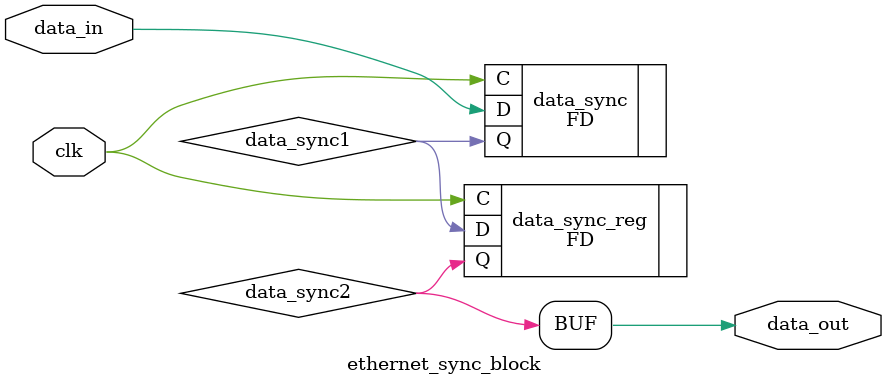
<source format=v>

`timescale 1ps / 1ps

module ethernet_sync_block #(
  parameter INITIALISE = 2'b00
)
(
  input        clk,              // clock to be sync'ed to
  input        data_in,          // Data to be 'synced'
  output       data_out          // synced data
);

  // Internal Signals
  wire data_sync1;
  wire data_sync2;


  (* ASYNC_REG = "TRUE", RLOC = "X0Y0",  SHREG_EXTRACT = "NO" *)
  FD #(
    .INIT (INITIALISE[0])
  ) data_sync (
    .C  (clk),
    .D  (data_in),
    .Q  (data_sync1)
  );


  (* ASYNC_REG = "TRUE", RLOC = "X0Y0",  SHREG_EXTRACT = "NO" *)
  FD #(
   .INIT (INITIALISE[1])
  ) data_sync_reg (
  .C  (clk),
  .D  (data_sync1),
  .Q  (data_sync2)
  );


  assign data_out = data_sync2;


endmodule



</source>
